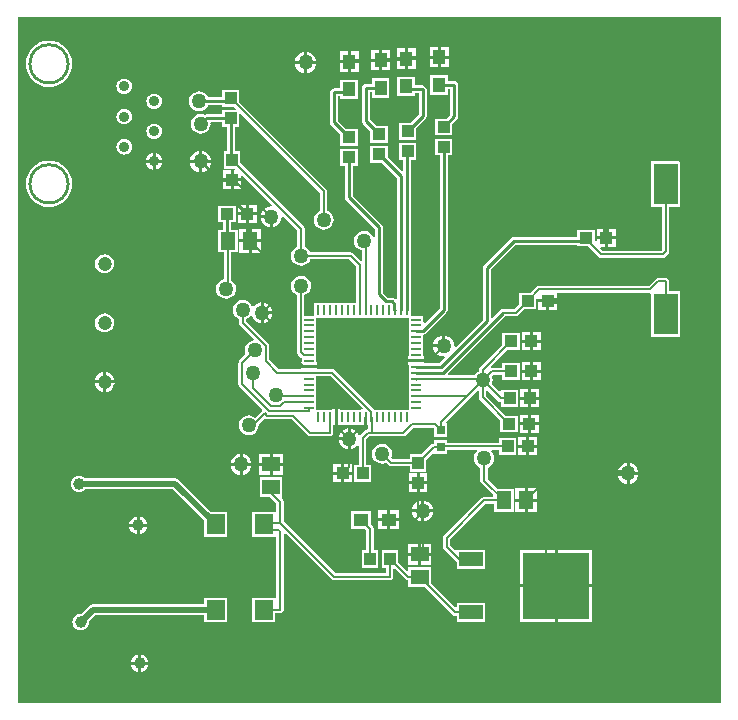
<source format=gtl>
%FSLAX44Y44*%
%MOMM*%
G71*
G01*
G75*
G04 Layer_Physical_Order=1*
G04 Layer_Color=255*
%ADD10R,1.3000X1.5000*%
%ADD11R,1.1000X1.0000*%
%ADD12R,1.1000X1.0000*%
%ADD13R,2.0000X3.5000*%
%ADD14R,1.0000X1.1000*%
%ADD15R,1.2500X1.1000*%
%ADD16R,1.5000X1.3000*%
%ADD17R,1.0000X1.1000*%
%ADD18R,2.0000X1.2000*%
%ADD19R,5.6000X5.6000*%
%ADD20R,0.7000X0.7500*%
%ADD21R,1.5200X1.6800*%
%ADD22R,0.8400X0.2450*%
%ADD23R,0.2450X0.8400*%
%ADD24R,1.1000X1.2500*%
%ADD25C,0.2540*%
%ADD26C,0.2000*%
%ADD27C,0.5000*%
%ADD28C,0.9000*%
%ADD29C,1.0000*%
%ADD30C,1.2000*%
%ADD31C,1.2700*%
G36*
X849630Y254000D02*
X254000D01*
Y834390D01*
X849630D01*
Y254000D01*
D02*
G37*
%LPC*%
G36*
X772160Y457109D02*
Y449580D01*
X779689D01*
X779551Y450631D01*
X778655Y452793D01*
X777230Y454650D01*
X775373Y456075D01*
X773211Y456971D01*
X772160Y457109D01*
D02*
G37*
G36*
X441960Y464729D02*
X440909Y464591D01*
X438747Y463695D01*
X436890Y462270D01*
X435465Y460413D01*
X434569Y458251D01*
X434431Y457200D01*
X441960D01*
Y464729D01*
D02*
G37*
G36*
X537140Y455850D02*
X530370D01*
Y449580D01*
X537140D01*
Y455850D01*
D02*
G37*
G36*
X769620Y457109D02*
X768569Y456971D01*
X766407Y456075D01*
X764550Y454650D01*
X763125Y452793D01*
X762229Y450631D01*
X762091Y449580D01*
X769620D01*
Y457109D01*
D02*
G37*
G36*
X478670Y464970D02*
X469900D01*
Y457200D01*
X478670D01*
Y464970D01*
D02*
G37*
G36*
X684530Y469900D02*
X677760D01*
Y463630D01*
X684530D01*
Y469900D01*
D02*
G37*
G36*
X444500Y464729D02*
Y457200D01*
X452029D01*
X451891Y458251D01*
X450995Y460413D01*
X449570Y462270D01*
X447713Y463695D01*
X445551Y464591D01*
X444500Y464729D01*
D02*
G37*
G36*
X467360Y464970D02*
X458590D01*
Y457200D01*
X467360D01*
Y464970D01*
D02*
G37*
G36*
X527830Y455850D02*
X521060D01*
Y449580D01*
X527830D01*
Y455850D01*
D02*
G37*
G36*
X591820Y448240D02*
X585550D01*
Y441470D01*
X591820D01*
Y448240D01*
D02*
G37*
G36*
X600630D02*
X594360D01*
Y441470D01*
X600630D01*
Y448240D01*
D02*
G37*
G36*
X527830Y447040D02*
X521060D01*
Y440770D01*
X527830D01*
Y447040D01*
D02*
G37*
G36*
X537140D02*
X530370D01*
Y440770D01*
X537140D01*
Y447040D01*
D02*
G37*
G36*
X441960Y454660D02*
X434431D01*
X434569Y453609D01*
X435465Y451447D01*
X436890Y449590D01*
X438747Y448165D01*
X440909Y447269D01*
X441960Y447131D01*
Y454660D01*
D02*
G37*
G36*
X452029D02*
X444500D01*
Y447131D01*
X445551Y447269D01*
X447713Y448165D01*
X449570Y449590D01*
X450995Y451447D01*
X451891Y453609D01*
X452029Y454660D01*
D02*
G37*
G36*
X467360D02*
X458590D01*
Y446890D01*
X467360D01*
Y454660D01*
D02*
G37*
G36*
X478670D02*
X469900D01*
Y446890D01*
X478670D01*
Y454660D01*
D02*
G37*
G36*
X693840Y469900D02*
X687070D01*
Y463630D01*
X693840D01*
Y469900D01*
D02*
G37*
G36*
X686290Y519350D02*
X679520D01*
Y513080D01*
X686290D01*
Y519350D01*
D02*
G37*
G36*
X695600D02*
X688830D01*
Y513080D01*
X695600D01*
Y519350D01*
D02*
G37*
G36*
X686290Y510540D02*
X679520D01*
Y504270D01*
X686290D01*
Y510540D01*
D02*
G37*
G36*
X695600D02*
X688830D01*
Y504270D01*
X695600D01*
Y510540D01*
D02*
G37*
G36*
X326390Y534226D02*
X325431Y534100D01*
X323353Y533240D01*
X321569Y531871D01*
X320200Y530087D01*
X319340Y528009D01*
X319214Y527050D01*
X326390D01*
Y534226D01*
D02*
G37*
G36*
X328930D02*
Y527050D01*
X336106D01*
X335980Y528009D01*
X335120Y530087D01*
X333751Y531871D01*
X331967Y533240D01*
X329889Y534100D01*
X328930Y534226D01*
D02*
G37*
G36*
X326390Y524510D02*
X319214D01*
X319340Y523551D01*
X320200Y521473D01*
X321569Y519689D01*
X323353Y518320D01*
X325431Y517460D01*
X326390Y517333D01*
Y524510D01*
D02*
G37*
G36*
X336106D02*
X328930D01*
Y517333D01*
X329889Y517460D01*
X331967Y518320D01*
X333751Y519689D01*
X335120Y521473D01*
X335980Y523551D01*
X336106Y524510D01*
D02*
G37*
G36*
X695110Y497760D02*
X688340D01*
Y491490D01*
X695110D01*
Y497760D01*
D02*
G37*
G36*
X693840Y478710D02*
X687070D01*
Y472440D01*
X693840D01*
Y478710D01*
D02*
G37*
G36*
X676300Y478170D02*
X661300D01*
Y474229D01*
X617640D01*
Y476390D01*
X606640D01*
Y473699D01*
X606530D01*
X605359Y473466D01*
X604962Y473200D01*
X604367Y472803D01*
X604367Y472803D01*
X596264Y464700D01*
X586090D01*
Y460259D01*
X571497D01*
X570268Y461488D01*
X570745Y462640D01*
X571032Y464820D01*
X570745Y467000D01*
X569904Y469031D01*
X568565Y470775D01*
X566821Y472114D01*
X564790Y472955D01*
X562610Y473242D01*
X560430Y472955D01*
X558399Y472114D01*
X556655Y470775D01*
X555316Y469031D01*
X554475Y467000D01*
X554188Y464820D01*
X554475Y462640D01*
X555316Y460609D01*
X556655Y458865D01*
X558399Y457526D01*
X560430Y456685D01*
X562610Y456398D01*
X564790Y456685D01*
X565942Y457162D01*
X568067Y455037D01*
X569059Y454374D01*
X570230Y454141D01*
X586090D01*
Y449700D01*
X600090D01*
Y459874D01*
X605555Y465339D01*
X606640Y464890D01*
Y464890D01*
X606640Y464890D01*
X617640D01*
Y468111D01*
X642626D01*
X642697Y467901D01*
X642919Y466841D01*
X641676Y465221D01*
X640835Y463190D01*
X640548Y461010D01*
X640835Y458830D01*
X641676Y456799D01*
X643015Y455055D01*
X644759Y453716D01*
X645911Y453239D01*
Y442010D01*
X645911Y442010D01*
X646144Y440840D01*
X646807Y439847D01*
X656876Y429779D01*
X656657Y428509D01*
X648970D01*
X648970Y428509D01*
X647800Y428276D01*
X646807Y427613D01*
X615057Y395863D01*
X614394Y394870D01*
X614161Y393700D01*
X614161Y393700D01*
Y386080D01*
X614161Y386080D01*
X614394Y384910D01*
X615057Y383917D01*
X625577Y373397D01*
X625930Y373161D01*
Y367560D01*
X649930D01*
Y383560D01*
X625930D01*
Y383355D01*
X624757Y382869D01*
X620279Y387347D01*
Y392433D01*
X650237Y422391D01*
X657030D01*
Y415950D01*
X674030D01*
Y434950D01*
X660356D01*
X652029Y443277D01*
Y453239D01*
X653181Y453716D01*
X654925Y455055D01*
X656264Y456799D01*
X657105Y458830D01*
X657392Y461010D01*
X657105Y463190D01*
X656264Y465221D01*
X655021Y466841D01*
X655243Y467901D01*
X655314Y468111D01*
X661300D01*
Y464170D01*
X676300D01*
Y478170D01*
D02*
G37*
G36*
X533400Y476250D02*
X525871D01*
X526009Y475199D01*
X526905Y473037D01*
X528330Y471180D01*
X530187Y469755D01*
X532349Y468859D01*
X533400Y468721D01*
Y476250D01*
D02*
G37*
G36*
X684530Y478710D02*
X677760D01*
Y472440D01*
X684530D01*
Y478710D01*
D02*
G37*
G36*
X695110Y488950D02*
X688340D01*
Y482680D01*
X695110D01*
Y488950D01*
D02*
G37*
G36*
X685800Y497760D02*
X679030D01*
Y491490D01*
X685800D01*
Y497760D01*
D02*
G37*
G36*
X533400Y486320D02*
X532349Y486181D01*
X530187Y485285D01*
X528330Y483860D01*
X526905Y482003D01*
X526009Y479841D01*
X525871Y478790D01*
X533400D01*
Y486320D01*
D02*
G37*
G36*
X685800Y488950D02*
X679030D01*
Y482680D01*
X685800D01*
Y488950D01*
D02*
G37*
G36*
X779689Y447040D02*
X772160D01*
Y439510D01*
X773211Y439649D01*
X775373Y440545D01*
X777230Y441970D01*
X778655Y443827D01*
X779551Y445989D01*
X779689Y447040D01*
D02*
G37*
G36*
X604400Y378460D02*
X595630D01*
Y370690D01*
X604400D01*
Y378460D01*
D02*
G37*
G36*
X593090Y388770D02*
X584320D01*
Y381000D01*
X593090D01*
Y388770D01*
D02*
G37*
G36*
X553080Y416440D02*
X536580D01*
Y401440D01*
X548004D01*
X549391Y400053D01*
Y383420D01*
X545450D01*
Y368420D01*
X559450D01*
Y383420D01*
X555509D01*
Y401320D01*
X555276Y402491D01*
X554613Y403483D01*
X553080Y405016D01*
Y416440D01*
D02*
G37*
G36*
X593090Y378460D02*
X584320D01*
Y370690D01*
X593090D01*
Y378460D01*
D02*
G37*
G36*
X354800Y403150D02*
X348632D01*
X348724Y402452D01*
X349484Y400617D01*
X350692Y399042D01*
X352267Y397834D01*
X354102Y397074D01*
X354800Y396982D01*
Y403150D01*
D02*
G37*
G36*
X363508D02*
X357340D01*
Y396982D01*
X358038Y397074D01*
X359873Y397834D01*
X361448Y399042D01*
X362656Y400617D01*
X363416Y402452D01*
X363508Y403150D01*
D02*
G37*
G36*
X604400Y388770D02*
X595630D01*
Y381000D01*
X604400D01*
Y388770D01*
D02*
G37*
G36*
X306070Y446480D02*
X304243Y446240D01*
X302540Y445535D01*
X301078Y444412D01*
X299956Y442950D01*
X299250Y441247D01*
X299010Y439420D01*
X299250Y437593D01*
X299956Y435890D01*
X301078Y434428D01*
X302540Y433306D01*
X304243Y432600D01*
X306070Y432360D01*
X307897Y432600D01*
X309600Y433306D01*
X311062Y434428D01*
X311373Y434832D01*
X385449D01*
X412040Y408241D01*
Y394730D01*
X431240D01*
Y415530D01*
X417729D01*
X390594Y442664D01*
X389106Y443659D01*
X387350Y444008D01*
X311373D01*
X311062Y444412D01*
X309600Y445535D01*
X307897Y446240D01*
X306070Y446480D01*
D02*
G37*
G36*
X740470Y383600D02*
X711200D01*
Y354330D01*
X740470D01*
Y383600D01*
D02*
G37*
G36*
X356070Y295018D02*
X355372Y294926D01*
X353537Y294166D01*
X351962Y292958D01*
X350754Y291383D01*
X349994Y289548D01*
X349902Y288850D01*
X356070D01*
Y295018D01*
D02*
G37*
G36*
X358610D02*
Y288850D01*
X364778D01*
X364686Y289548D01*
X363926Y291383D01*
X362718Y292958D01*
X361143Y294166D01*
X359308Y294926D01*
X358610Y295018D01*
D02*
G37*
G36*
X356070Y286310D02*
X349902D01*
X349994Y285612D01*
X350754Y283778D01*
X351962Y282202D01*
X353537Y280994D01*
X355372Y280234D01*
X356070Y280142D01*
Y286310D01*
D02*
G37*
G36*
X364778D02*
X358610D01*
Y280142D01*
X359308Y280234D01*
X361143Y280994D01*
X362718Y282202D01*
X363926Y283778D01*
X364686Y285612D01*
X364778Y286310D01*
D02*
G37*
G36*
X431240Y343140D02*
X412040D01*
Y337328D01*
X317500D01*
X315744Y336979D01*
X314256Y335984D01*
X307845Y329574D01*
X307340Y329640D01*
X305513Y329400D01*
X303810Y328694D01*
X302348Y327572D01*
X301225Y326110D01*
X300520Y324407D01*
X300280Y322580D01*
X300520Y320753D01*
X301225Y319050D01*
X302348Y317588D01*
X303810Y316465D01*
X305513Y315760D01*
X307340Y315520D01*
X309167Y315760D01*
X310870Y316465D01*
X312332Y317588D01*
X313454Y319050D01*
X314160Y320753D01*
X314400Y322580D01*
X314334Y323085D01*
X319401Y328152D01*
X412040D01*
Y322340D01*
X431240D01*
Y343140D01*
D02*
G37*
G36*
X708660Y383600D02*
X679390D01*
Y354330D01*
X708660D01*
Y383600D01*
D02*
G37*
G36*
Y351790D02*
X679390D01*
Y322520D01*
X708660D01*
Y351790D01*
D02*
G37*
G36*
X740470D02*
X711200D01*
Y322520D01*
X740470D01*
Y351790D01*
D02*
G37*
G36*
X567060Y407670D02*
X559540D01*
Y400900D01*
X567060D01*
Y407670D01*
D02*
G37*
G36*
X598170Y425359D02*
Y417830D01*
X605700D01*
X605561Y418881D01*
X604665Y421043D01*
X603240Y422900D01*
X601383Y424325D01*
X599221Y425221D01*
X598170Y425359D01*
D02*
G37*
G36*
X683260Y435490D02*
X675490D01*
Y426720D01*
X683260D01*
Y435490D01*
D02*
G37*
G36*
X693570Y424180D02*
X685800D01*
Y415410D01*
X693570D01*
Y424180D01*
D02*
G37*
G36*
X595630Y425359D02*
X594579Y425221D01*
X592417Y424325D01*
X590560Y422900D01*
X589135Y421043D01*
X588239Y418881D01*
X588101Y417830D01*
X595630D01*
Y425359D01*
D02*
G37*
G36*
X600630Y438930D02*
X594360D01*
Y432160D01*
X600630D01*
Y438930D01*
D02*
G37*
G36*
X769620Y447040D02*
X762091D01*
X762229Y445989D01*
X763125Y443827D01*
X764550Y441970D01*
X766407Y440545D01*
X768569Y439649D01*
X769620Y439510D01*
Y447040D01*
D02*
G37*
G36*
X693570Y435490D02*
X685800D01*
Y426720D01*
X693570D01*
Y435490D01*
D02*
G37*
G36*
X591820Y438930D02*
X585550D01*
Y432160D01*
X591820D01*
Y438930D01*
D02*
G37*
G36*
X683260Y424180D02*
X675490D01*
Y415410D01*
X683260D01*
Y424180D01*
D02*
G37*
G36*
X357340Y411858D02*
Y405690D01*
X363508D01*
X363416Y406388D01*
X362656Y408223D01*
X361448Y409798D01*
X359873Y411006D01*
X358038Y411766D01*
X357340Y411858D01*
D02*
G37*
G36*
X595630Y415290D02*
X588101D01*
X588239Y414239D01*
X589135Y412077D01*
X590560Y410220D01*
X592417Y408795D01*
X594579Y407899D01*
X595630Y407761D01*
Y415290D01*
D02*
G37*
G36*
X577120Y407670D02*
X569600D01*
Y400900D01*
X577120D01*
Y407670D01*
D02*
G37*
G36*
X354800Y411858D02*
X354102Y411766D01*
X352267Y411006D01*
X350692Y409798D01*
X349484Y408223D01*
X348724Y406388D01*
X348632Y405690D01*
X354800D01*
Y411858D01*
D02*
G37*
G36*
X567060Y416980D02*
X559540D01*
Y410210D01*
X567060D01*
Y416980D01*
D02*
G37*
G36*
X577120D02*
X569600D01*
Y410210D01*
X577120D01*
Y416980D01*
D02*
G37*
G36*
X605700Y415290D02*
X598170D01*
Y407761D01*
X599221Y407899D01*
X601383Y408795D01*
X603240Y410220D01*
X604665Y412077D01*
X605561Y414239D01*
X605700Y415290D01*
D02*
G37*
G36*
X478130Y445430D02*
X459130D01*
Y428430D01*
X467674D01*
X473191Y422913D01*
Y409459D01*
X471840D01*
Y415530D01*
X452640D01*
Y394730D01*
X471840D01*
Y396991D01*
X473191D01*
Y335799D01*
X471840D01*
Y343140D01*
X452640D01*
Y322340D01*
X471840D01*
Y329681D01*
X476250D01*
X477421Y329914D01*
X478413Y330577D01*
X479076Y331570D01*
X479309Y332740D01*
Y397219D01*
X480579Y397746D01*
X519807Y358517D01*
X519807Y358517D01*
X520402Y358120D01*
X520799Y357854D01*
X521970Y357621D01*
X568960D01*
X570131Y357854D01*
X571123Y358517D01*
X571786Y359510D01*
X572019Y360680D01*
Y367229D01*
X573289Y367755D01*
X582477Y358567D01*
X582477Y358567D01*
X583469Y357904D01*
X584640Y357671D01*
X584860Y356431D01*
Y352230D01*
X598534D01*
X622367Y328397D01*
X622367Y328397D01*
X623359Y327734D01*
X624530Y327501D01*
X625930D01*
Y322560D01*
X649930D01*
Y338560D01*
X625930D01*
Y335282D01*
X624660Y334756D01*
X603860Y355556D01*
Y369230D01*
X584860D01*
Y366495D01*
X583687Y366009D01*
X576450Y373246D01*
Y383420D01*
X562450D01*
Y368420D01*
X565901D01*
Y363739D01*
X523237D01*
X479309Y407667D01*
Y424180D01*
X479076Y425350D01*
X478413Y426343D01*
X477499Y427257D01*
X477985Y428430D01*
X478130D01*
Y445430D01*
D02*
G37*
G36*
X542170Y781680D02*
X527170D01*
Y774224D01*
X521970D01*
X520694Y773970D01*
X519613Y773248D01*
X518890Y772166D01*
X518636Y770890D01*
Y745490D01*
X518890Y744214D01*
X519613Y743132D01*
X527170Y735575D01*
Y725790D01*
X542170D01*
Y739790D01*
X532385D01*
X525304Y746871D01*
Y767556D01*
X527170D01*
Y765180D01*
X542170D01*
Y781680D01*
D02*
G37*
G36*
X568840Y782950D02*
X553840D01*
Y778034D01*
X548640D01*
X547364Y777780D01*
X546283Y777057D01*
X545560Y775976D01*
X545306Y774700D01*
Y746760D01*
X545560Y745484D01*
X546283Y744402D01*
X552570Y738115D01*
Y728330D01*
X567570D01*
Y742330D01*
X557785D01*
X551974Y748141D01*
Y771366D01*
X553840D01*
Y766450D01*
X568840D01*
Y782950D01*
D02*
G37*
G36*
X344170Y756926D02*
X342473Y756703D01*
X340892Y756048D01*
X339534Y755006D01*
X338492Y753648D01*
X337837Y752067D01*
X337614Y750370D01*
X337837Y748673D01*
X338492Y747092D01*
X339534Y745734D01*
X340892Y744692D01*
X342473Y744037D01*
X344170Y743814D01*
X345867Y744037D01*
X347448Y744692D01*
X348806Y745734D01*
X349848Y747092D01*
X350503Y748673D01*
X350726Y750370D01*
X350503Y752067D01*
X349848Y753648D01*
X348806Y755006D01*
X347448Y756048D01*
X345867Y756703D01*
X344170Y756926D01*
D02*
G37*
G36*
X369570Y769826D02*
X367873Y769603D01*
X366292Y768948D01*
X364934Y767906D01*
X363892Y766548D01*
X363237Y764967D01*
X363014Y763270D01*
X363237Y761573D01*
X363892Y759992D01*
X364934Y758634D01*
X366292Y757592D01*
X367873Y756937D01*
X369570Y756714D01*
X371267Y756937D01*
X372848Y757592D01*
X374206Y758634D01*
X375248Y759992D01*
X375903Y761573D01*
X376126Y763270D01*
X375903Y764967D01*
X375248Y766548D01*
X374206Y767906D01*
X372848Y768948D01*
X371267Y769603D01*
X369570Y769826D01*
D02*
G37*
G36*
X441840Y772810D02*
X426840D01*
Y766604D01*
X415327D01*
X414964Y767481D01*
X413625Y769225D01*
X411881Y770564D01*
X409850Y771405D01*
X407670Y771692D01*
X405490Y771405D01*
X403459Y770564D01*
X401715Y769225D01*
X400376Y767481D01*
X399535Y765450D01*
X399248Y763270D01*
X399535Y761090D01*
X400376Y759059D01*
X401715Y757315D01*
X403459Y755976D01*
X405490Y755135D01*
X407670Y754848D01*
X409850Y755135D01*
X411881Y755976D01*
X413625Y757315D01*
X414964Y759059D01*
X415327Y759936D01*
X426840D01*
Y758810D01*
X437014D01*
X438841Y756983D01*
X438355Y755810D01*
X426840D01*
Y752144D01*
X413530D01*
X412254Y751890D01*
X412249Y751887D01*
X411120Y752355D01*
X408940Y752642D01*
X406760Y752355D01*
X404729Y751514D01*
X402985Y750175D01*
X401646Y748431D01*
X400805Y746400D01*
X400518Y744220D01*
X400805Y742040D01*
X401646Y740009D01*
X402985Y738265D01*
X404729Y736926D01*
X406760Y736085D01*
X408940Y735798D01*
X411120Y736085D01*
X413151Y736926D01*
X414895Y738265D01*
X416234Y740009D01*
X417075Y742040D01*
X417362Y744220D01*
X417322Y744521D01*
X418160Y745476D01*
X426840D01*
Y741810D01*
X431006D01*
Y721240D01*
X428610D01*
Y706240D01*
X437815D01*
X437942Y706050D01*
X437263Y704780D01*
X436880D01*
Y698010D01*
X443150D01*
Y700215D01*
X444323Y700701D01*
X469476Y675548D01*
X468914Y674409D01*
X468630Y674447D01*
X466309Y674141D01*
X464147Y673245D01*
X462290Y671820D01*
X460865Y669963D01*
X459969Y667801D01*
X459831Y666750D01*
X468630D01*
Y665480D01*
X469900D01*
Y656681D01*
X470951Y656819D01*
X473113Y657715D01*
X474970Y659140D01*
X476395Y660997D01*
X477291Y663159D01*
X477597Y665480D01*
X477559Y665764D01*
X478698Y666326D01*
X490971Y654053D01*
Y640231D01*
X489819Y639754D01*
X488075Y638415D01*
X486736Y636671D01*
X485895Y634640D01*
X485608Y632460D01*
X485895Y630280D01*
X486736Y628249D01*
X488075Y626505D01*
X489819Y625166D01*
X491850Y624325D01*
X494030Y624038D01*
X496210Y624325D01*
X498241Y625166D01*
X499985Y626505D01*
X501324Y628249D01*
X501801Y629401D01*
X534673D01*
X540541Y623533D01*
Y592570D01*
X505375D01*
Y581745D01*
X496609D01*
Y599090D01*
X498241Y599766D01*
X499985Y601105D01*
X501324Y602849D01*
X502165Y604880D01*
X502452Y607060D01*
X502165Y609240D01*
X501324Y611271D01*
X499985Y613015D01*
X498241Y614354D01*
X496210Y615195D01*
X494030Y615482D01*
X491850Y615195D01*
X489819Y614354D01*
X488075Y613015D01*
X486736Y611271D01*
X485895Y609240D01*
X485608Y607060D01*
X485895Y604880D01*
X486736Y602849D01*
X488075Y601105D01*
X489819Y599766D01*
X490491Y599488D01*
Y551053D01*
X490491Y551052D01*
X490724Y549882D01*
X491387Y548890D01*
X493919Y546357D01*
X493919Y546357D01*
X494550Y545936D01*
Y545295D01*
Y542285D01*
X494010D01*
Y539790D01*
X507490D01*
Y542285D01*
X506950D01*
Y545295D01*
Y550295D01*
Y555295D01*
Y560295D01*
Y565295D01*
Y570295D01*
Y575295D01*
Y580170D01*
X585250D01*
Y575295D01*
Y570295D01*
Y565295D01*
Y560295D01*
Y555295D01*
Y550295D01*
Y547285D01*
X584710D01*
Y544790D01*
X598190D01*
Y547285D01*
X597650D01*
Y550295D01*
Y555295D01*
Y560295D01*
Y565295D01*
Y565819D01*
X598280Y565945D01*
X599362Y566668D01*
X617038Y584343D01*
X617760Y585425D01*
X618014Y586701D01*
Y717680D01*
X622180D01*
Y731680D01*
X607180D01*
Y717680D01*
X611346D01*
Y588082D01*
X598920Y575656D01*
X597650Y576182D01*
Y581745D01*
X586825D01*
Y585822D01*
X586934Y586370D01*
Y713870D01*
X591700D01*
Y727870D01*
X576700D01*
Y713870D01*
X580266D01*
Y704509D01*
X579093Y704023D01*
X567570Y715545D01*
Y725330D01*
X552570D01*
Y711330D01*
X562355D01*
X575266Y698419D01*
Y596128D01*
X574093Y595642D01*
X573537Y596198D01*
X572455Y596920D01*
X571180Y597174D01*
X567511D01*
X563404Y601281D01*
Y656590D01*
X563150Y657866D01*
X562428Y658948D01*
X538004Y683371D01*
Y708790D01*
X542170D01*
Y722790D01*
X527170D01*
Y708790D01*
X531336D01*
Y681990D01*
X531590Y680714D01*
X532313Y679632D01*
X556736Y655209D01*
Y647554D01*
X555505Y647340D01*
X554664Y649371D01*
X553325Y651115D01*
X551581Y652454D01*
X549550Y653295D01*
X547370Y653582D01*
X545190Y653295D01*
X543159Y652454D01*
X541415Y651115D01*
X540076Y649371D01*
X539235Y647340D01*
X538948Y645160D01*
X539235Y642980D01*
X540076Y640949D01*
X541415Y639205D01*
X543159Y637866D01*
X545190Y637025D01*
X545581Y636973D01*
Y628804D01*
X544408Y628318D01*
X538103Y634623D01*
X537110Y635286D01*
X535940Y635519D01*
X535940Y635519D01*
X501801D01*
X501324Y636671D01*
X499985Y638415D01*
X498241Y639754D01*
X497089Y640231D01*
Y655320D01*
X496856Y656490D01*
X496193Y657483D01*
X496193Y657483D01*
X442610Y711066D01*
Y721240D01*
X437674D01*
Y741810D01*
X441840D01*
Y752325D01*
X443013Y752811D01*
X510021Y685803D01*
Y670711D01*
X508869Y670234D01*
X507125Y668895D01*
X505786Y667151D01*
X504945Y665120D01*
X504658Y662940D01*
X504945Y660760D01*
X505786Y658729D01*
X507125Y656985D01*
X508869Y655646D01*
X510900Y654805D01*
X513080Y654518D01*
X515260Y654805D01*
X517291Y655646D01*
X519035Y656985D01*
X520374Y658729D01*
X521215Y660760D01*
X521502Y662940D01*
X521215Y665120D01*
X520374Y667151D01*
X519035Y668895D01*
X517291Y670234D01*
X516139Y670711D01*
Y687070D01*
X515906Y688241D01*
X515243Y689233D01*
X441840Y762636D01*
Y772810D01*
D02*
G37*
G36*
X496570Y795020D02*
X489040D01*
X489179Y793969D01*
X490075Y791807D01*
X491500Y789950D01*
X493357Y788525D01*
X495519Y787629D01*
X496570Y787490D01*
Y795020D01*
D02*
G37*
G36*
X506640D02*
X499110D01*
Y787490D01*
X500161Y787629D01*
X502323Y788525D01*
X504180Y789950D01*
X505605Y791807D01*
X506501Y793969D01*
X506640Y795020D01*
D02*
G37*
G36*
X344170Y782526D02*
X342473Y782303D01*
X340892Y781648D01*
X339534Y780606D01*
X338492Y779248D01*
X337837Y777667D01*
X337614Y775970D01*
X337837Y774273D01*
X338492Y772692D01*
X339534Y771334D01*
X340892Y770292D01*
X342473Y769637D01*
X344170Y769414D01*
X345867Y769637D01*
X347448Y770292D01*
X348806Y771334D01*
X349848Y772692D01*
X350503Y774273D01*
X350726Y775970D01*
X350503Y777667D01*
X349848Y779248D01*
X348806Y780606D01*
X347448Y781648D01*
X345867Y782303D01*
X344170Y782526D01*
D02*
G37*
G36*
X280570Y814685D02*
X276743Y814308D01*
X273064Y813191D01*
X269673Y811379D01*
X266700Y808940D01*
X264261Y805967D01*
X262449Y802576D01*
X261332Y798897D01*
X260956Y795070D01*
X261332Y791243D01*
X262449Y787564D01*
X264261Y784173D01*
X266700Y781200D01*
X269673Y778761D01*
X273064Y776949D01*
X276743Y775833D01*
X280570Y775456D01*
X284397Y775833D01*
X288076Y776949D01*
X291467Y778761D01*
X294440Y781200D01*
X296879Y784173D01*
X298691Y787564D01*
X299808Y791243D01*
X300184Y795070D01*
X299808Y798897D01*
X298691Y802576D01*
X296879Y805967D01*
X294440Y808940D01*
X291467Y811379D01*
X288076Y813191D01*
X284397Y814308D01*
X280570Y814685D01*
D02*
G37*
G36*
X370840Y719404D02*
Y713740D01*
X376503D01*
X376429Y714308D01*
X375719Y716020D01*
X374591Y717491D01*
X373120Y718619D01*
X371408Y719329D01*
X370840Y719404D01*
D02*
G37*
G36*
X407670Y721270D02*
X406619Y721131D01*
X404457Y720235D01*
X402600Y718810D01*
X401175Y716953D01*
X400279Y714791D01*
X400140Y713740D01*
X407670D01*
Y721270D01*
D02*
G37*
G36*
X376503Y711200D02*
X370840D01*
Y705536D01*
X371408Y705611D01*
X373120Y706321D01*
X374591Y707449D01*
X375719Y708920D01*
X376429Y710632D01*
X376503Y711200D01*
D02*
G37*
G36*
X368300Y719404D02*
X367732Y719329D01*
X366020Y718619D01*
X364549Y717491D01*
X363421Y716020D01*
X362711Y714308D01*
X362636Y713740D01*
X368300D01*
Y719404D01*
D02*
G37*
G36*
X410210Y721270D02*
Y713740D01*
X417739D01*
X417601Y714791D01*
X416705Y716953D01*
X415280Y718810D01*
X413423Y720235D01*
X411261Y721131D01*
X410210Y721270D01*
D02*
G37*
G36*
X369570Y744426D02*
X367873Y744203D01*
X366292Y743548D01*
X364934Y742506D01*
X363892Y741148D01*
X363237Y739567D01*
X363014Y737870D01*
X363237Y736173D01*
X363892Y734592D01*
X364934Y733234D01*
X366292Y732192D01*
X367873Y731537D01*
X369570Y731314D01*
X371267Y731537D01*
X372848Y732192D01*
X374206Y733234D01*
X375248Y734592D01*
X375903Y736173D01*
X376126Y737870D01*
X375903Y739567D01*
X375248Y741148D01*
X374206Y742506D01*
X372848Y743548D01*
X371267Y744203D01*
X369570Y744426D01*
D02*
G37*
G36*
X618370Y785490D02*
X603370D01*
Y768990D01*
X618370D01*
Y773906D01*
X620236D01*
Y751951D01*
X616965Y748680D01*
X607180D01*
Y734680D01*
X622180D01*
Y744465D01*
X625928Y748213D01*
X626650Y749294D01*
X626904Y750570D01*
Y777240D01*
X626650Y778516D01*
X625928Y779597D01*
X624846Y780320D01*
X623570Y780574D01*
X618370D01*
Y785490D01*
D02*
G37*
G36*
X344170Y731326D02*
X342473Y731103D01*
X340892Y730448D01*
X339534Y729406D01*
X338492Y728048D01*
X337837Y726467D01*
X337614Y724770D01*
X337837Y723073D01*
X338492Y721492D01*
X339534Y720134D01*
X340892Y719092D01*
X342473Y718437D01*
X344170Y718214D01*
X345867Y718437D01*
X347448Y719092D01*
X348806Y720134D01*
X349848Y721492D01*
X350503Y723073D01*
X350726Y724770D01*
X350503Y726467D01*
X349848Y728048D01*
X348806Y729406D01*
X347448Y730448D01*
X345867Y731103D01*
X344170Y731326D01*
D02*
G37*
G36*
X590430Y784220D02*
X575430D01*
Y767720D01*
X590430D01*
Y770096D01*
X593566D01*
Y751951D01*
X586485Y744870D01*
X576700D01*
Y730870D01*
X591700D01*
Y740655D01*
X599258Y748213D01*
X599980Y749294D01*
X600234Y750570D01*
Y773430D01*
X599980Y774706D01*
X599258Y775788D01*
X598176Y776510D01*
X596900Y776764D01*
X590430D01*
Y784220D01*
D02*
G37*
G36*
X542710Y805720D02*
X535940D01*
Y798200D01*
X542710D01*
Y805720D01*
D02*
G37*
G36*
X560070Y806990D02*
X553300D01*
Y799470D01*
X560070D01*
Y806990D01*
D02*
G37*
G36*
X499110Y805089D02*
Y797560D01*
X506640D01*
X506501Y798611D01*
X505605Y800773D01*
X504180Y802630D01*
X502323Y804055D01*
X500161Y804951D01*
X499110Y805089D01*
D02*
G37*
G36*
X533400Y805720D02*
X526630D01*
Y798200D01*
X533400D01*
Y805720D01*
D02*
G37*
G36*
X569380Y806990D02*
X562610D01*
Y799470D01*
X569380D01*
Y806990D01*
D02*
G37*
G36*
X609600Y809530D02*
X602830D01*
Y802010D01*
X609600D01*
Y809530D01*
D02*
G37*
G36*
X618910D02*
X612140D01*
Y802010D01*
X618910D01*
Y809530D01*
D02*
G37*
G36*
X581660Y808260D02*
X574890D01*
Y800740D01*
X581660D01*
Y808260D01*
D02*
G37*
G36*
X590970D02*
X584200D01*
Y800740D01*
X590970D01*
Y808260D01*
D02*
G37*
G36*
X560070Y796930D02*
X553300D01*
Y789410D01*
X560070D01*
Y796930D01*
D02*
G37*
G36*
X569380D02*
X562610D01*
Y789410D01*
X569380D01*
Y796930D01*
D02*
G37*
G36*
X533400Y795660D02*
X526630D01*
Y788140D01*
X533400D01*
Y795660D01*
D02*
G37*
G36*
X542710D02*
X535940D01*
Y788140D01*
X542710D01*
Y795660D01*
D02*
G37*
G36*
X581660Y798200D02*
X574890D01*
Y790680D01*
X581660D01*
Y798200D01*
D02*
G37*
G36*
X618910Y799470D02*
X612140D01*
Y791950D01*
X618910D01*
Y799470D01*
D02*
G37*
G36*
X496570Y805089D02*
X495519Y804951D01*
X493357Y804055D01*
X491500Y802630D01*
X490075Y800773D01*
X489179Y798611D01*
X489040Y797560D01*
X496570D01*
Y805089D01*
D02*
G37*
G36*
X590970Y798200D02*
X584200D01*
Y790680D01*
X590970D01*
Y798200D01*
D02*
G37*
G36*
X609600Y799470D02*
X602830D01*
Y791950D01*
X609600D01*
Y799470D01*
D02*
G37*
G36*
X462280Y592999D02*
Y585470D01*
X469809D01*
X469671Y586521D01*
X468775Y588683D01*
X467350Y590540D01*
X465493Y591965D01*
X463331Y592861D01*
X462280Y592999D01*
D02*
G37*
G36*
X701530Y593090D02*
X694760D01*
Y586820D01*
X701530D01*
Y593090D01*
D02*
G37*
G36*
X327660Y583849D02*
X325572Y583574D01*
X323625Y582768D01*
X321954Y581486D01*
X320672Y579814D01*
X319866Y577868D01*
X319591Y575780D01*
X319866Y573692D01*
X320672Y571745D01*
X321954Y570074D01*
X323625Y568792D01*
X325572Y567986D01*
X327660Y567711D01*
X329748Y567986D01*
X331694Y568792D01*
X333366Y570074D01*
X334648Y571745D01*
X335454Y573692D01*
X335729Y575780D01*
X335454Y577868D01*
X334648Y579814D01*
X333366Y581486D01*
X331694Y582768D01*
X329748Y583574D01*
X327660Y583849D01*
D02*
G37*
G36*
X469809Y582930D02*
X462280D01*
Y575401D01*
X463331Y575539D01*
X465493Y576435D01*
X467350Y577860D01*
X468775Y579717D01*
X469671Y581879D01*
X469809Y582930D01*
D02*
G37*
G36*
X710840Y593090D02*
X704070D01*
Y586820D01*
X710840D01*
Y593090D01*
D02*
G37*
G36*
X449580Y643890D02*
X441810D01*
Y635120D01*
X449580D01*
Y643890D01*
D02*
G37*
G36*
X459890D02*
X452120D01*
Y635120D01*
X459890D01*
Y643890D01*
D02*
G37*
G36*
X438810Y675020D02*
X423810D01*
Y661020D01*
X427976D01*
Y654660D01*
X423350D01*
Y635660D01*
X428791D01*
Y612713D01*
X428350Y612655D01*
X426319Y611814D01*
X424575Y610475D01*
X423236Y608731D01*
X422395Y606700D01*
X422108Y604520D01*
X422395Y602340D01*
X423236Y600309D01*
X424575Y598565D01*
X426319Y597226D01*
X428350Y596385D01*
X430530Y596098D01*
X432710Y596385D01*
X434741Y597226D01*
X436485Y598565D01*
X437824Y600309D01*
X438665Y602340D01*
X438952Y604520D01*
X438665Y606700D01*
X437824Y608731D01*
X436485Y610475D01*
X434909Y611685D01*
Y635660D01*
X440350D01*
Y654660D01*
X434644D01*
Y661020D01*
X438810D01*
Y675020D01*
D02*
G37*
G36*
X327660Y633849D02*
X325572Y633574D01*
X323625Y632768D01*
X321954Y631486D01*
X320672Y629814D01*
X319866Y627868D01*
X319591Y625780D01*
X319866Y623692D01*
X320672Y621745D01*
X321954Y620074D01*
X323625Y618792D01*
X325572Y617986D01*
X327660Y617711D01*
X329748Y617986D01*
X331694Y618792D01*
X333366Y620074D01*
X334648Y621745D01*
X335454Y623692D01*
X335729Y625780D01*
X335454Y627868D01*
X334648Y629814D01*
X333366Y631486D01*
X331694Y632768D01*
X329748Y633574D01*
X327660Y633849D01*
D02*
G37*
G36*
X687560Y542210D02*
X680790D01*
Y535940D01*
X687560D01*
Y542210D01*
D02*
G37*
G36*
X696870D02*
X690100D01*
Y535940D01*
X696870D01*
Y542210D01*
D02*
G37*
G36*
X687560Y533400D02*
X680790D01*
Y527130D01*
X687560D01*
Y533400D01*
D02*
G37*
G36*
X696870D02*
X690100D01*
Y527130D01*
X696870D01*
Y533400D01*
D02*
G37*
G36*
X687560Y558800D02*
X680790D01*
Y552530D01*
X687560D01*
Y558800D01*
D02*
G37*
G36*
Y567610D02*
X680790D01*
Y561340D01*
X687560D01*
Y567610D01*
D02*
G37*
G36*
X696870D02*
X690100D01*
Y561340D01*
X696870D01*
Y567610D01*
D02*
G37*
G36*
Y558800D02*
X690100D01*
Y552530D01*
X696870D01*
Y558800D01*
D02*
G37*
G36*
X613410Y565060D02*
X612359Y564921D01*
X610197Y564025D01*
X608340Y562600D01*
X606915Y560743D01*
X606019Y558581D01*
X605881Y557530D01*
X613410D01*
Y565060D01*
D02*
G37*
G36*
X280570Y713084D02*
X276743Y712708D01*
X273064Y711591D01*
X269673Y709779D01*
X266700Y707339D01*
X264261Y704367D01*
X262449Y700976D01*
X261332Y697297D01*
X260956Y693470D01*
X261332Y689643D01*
X262449Y685964D01*
X264261Y682573D01*
X266700Y679601D01*
X269673Y677161D01*
X273064Y675349D01*
X276743Y674232D01*
X280570Y673856D01*
X284397Y674232D01*
X288076Y675349D01*
X291467Y677161D01*
X294440Y679601D01*
X296879Y682573D01*
X298691Y685964D01*
X299808Y689643D01*
X300184Y693470D01*
X299808Y697297D01*
X298691Y700976D01*
X296879Y704367D01*
X294440Y707339D01*
X291467Y709779D01*
X288076Y711591D01*
X284397Y712708D01*
X280570Y713084D01*
D02*
G37*
G36*
X434340Y695470D02*
X428070D01*
Y688700D01*
X434340D01*
Y695470D01*
D02*
G37*
G36*
X447040Y675560D02*
X440270D01*
Y669290D01*
X447040D01*
Y675560D01*
D02*
G37*
G36*
X456350D02*
X449580D01*
Y669290D01*
X456350D01*
Y675560D01*
D02*
G37*
G36*
X443150Y695470D02*
X436880D01*
Y688700D01*
X443150D01*
Y695470D01*
D02*
G37*
G36*
X417739Y711200D02*
X410210D01*
Y703671D01*
X411261Y703809D01*
X413423Y704705D01*
X415280Y706130D01*
X416705Y707987D01*
X417601Y710149D01*
X417739Y711200D01*
D02*
G37*
G36*
X368300D02*
X362636D01*
X362711Y710632D01*
X363421Y708920D01*
X364549Y707449D01*
X366020Y706321D01*
X367732Y705611D01*
X368300Y705536D01*
Y711200D01*
D02*
G37*
G36*
X434340Y704780D02*
X428070D01*
Y698010D01*
X434340D01*
Y704780D01*
D02*
G37*
G36*
X407670Y711200D02*
X400140D01*
X400279Y710149D01*
X401175Y707987D01*
X402600Y706130D01*
X404457Y704705D01*
X406619Y703809D01*
X407670Y703671D01*
Y711200D01*
D02*
G37*
G36*
X449580Y655200D02*
X441810D01*
Y646430D01*
X449580D01*
Y655200D01*
D02*
G37*
G36*
X459890D02*
X452120D01*
Y646430D01*
X459890D01*
Y655200D01*
D02*
G37*
G36*
X814640Y712920D02*
X790640D01*
Y673920D01*
X799581D01*
Y637537D01*
X798833Y636789D01*
X749297D01*
X747099Y638987D01*
X747585Y640160D01*
X751060D01*
Y646430D01*
X744290D01*
Y644777D01*
X743020Y644098D01*
X742830Y644225D01*
Y654700D01*
X727830D01*
Y648494D01*
X674370D01*
X673094Y648240D01*
X672012Y647517D01*
X649153Y624658D01*
X648430Y623576D01*
X648176Y622300D01*
Y578572D01*
X624786Y555181D01*
X623583Y555774D01*
X623647Y556260D01*
X623341Y558581D01*
X622445Y560743D01*
X621020Y562600D01*
X619163Y564025D01*
X617001Y564921D01*
X615950Y565060D01*
Y556260D01*
X614680D01*
Y554990D01*
X605881D01*
X606019Y553939D01*
X606915Y551777D01*
X608340Y549920D01*
X610197Y548495D01*
X612359Y547599D01*
X614680Y547293D01*
X615166Y547357D01*
X615759Y546154D01*
X610998Y541394D01*
X598190D01*
Y542250D01*
X584710D01*
Y539755D01*
X585250D01*
Y535295D01*
Y530295D01*
Y525295D01*
Y520295D01*
Y515295D01*
Y510295D01*
Y505295D01*
Y501870D01*
X556184D01*
X555763Y502500D01*
X555763Y502501D01*
X522580Y535683D01*
X521588Y536346D01*
X520418Y536579D01*
X520418Y536579D01*
X507490D01*
Y537250D01*
X494010D01*
Y536579D01*
X475097D01*
X467069Y544607D01*
Y556323D01*
X467069Y556323D01*
X466836Y557493D01*
X466173Y558486D01*
X466173Y558486D01*
X447559Y577100D01*
Y578969D01*
X448711Y579446D01*
X450455Y580785D01*
X451123Y581655D01*
X451319Y581691D01*
X452541Y581416D01*
X453245Y579717D01*
X454670Y577860D01*
X456527Y576435D01*
X458689Y575539D01*
X459740Y575401D01*
Y584200D01*
Y592999D01*
X458689Y592861D01*
X456527Y591965D01*
X454670Y590540D01*
X453805Y589414D01*
X452351Y589605D01*
X451794Y590951D01*
X450455Y592695D01*
X448711Y594034D01*
X446680Y594875D01*
X444500Y595162D01*
X442320Y594875D01*
X440289Y594034D01*
X438545Y592695D01*
X437206Y590951D01*
X436365Y588920D01*
X436078Y586740D01*
X436365Y584560D01*
X437206Y582529D01*
X438545Y580785D01*
X440289Y579446D01*
X441441Y578969D01*
Y575833D01*
X441441Y575833D01*
X441674Y574662D01*
X442337Y573670D01*
X453948Y562059D01*
X453493Y560718D01*
X452480Y560585D01*
X450449Y559744D01*
X448705Y558405D01*
X447366Y556661D01*
X446525Y554630D01*
X446238Y552450D01*
X446525Y550270D01*
X447002Y549118D01*
X441877Y543993D01*
X441214Y543000D01*
X440981Y541830D01*
X440981Y541830D01*
Y523870D01*
X440981Y523870D01*
X441214Y522700D01*
X441877Y521707D01*
X460863Y502722D01*
X460934Y501846D01*
X460748Y501040D01*
X455013Y495306D01*
X453791Y496244D01*
X451760Y497085D01*
X449580Y497372D01*
X447400Y497085D01*
X445369Y496244D01*
X443625Y494905D01*
X442286Y493161D01*
X441445Y491130D01*
X441158Y488950D01*
X441445Y486770D01*
X442286Y484739D01*
X443625Y482995D01*
X445369Y481656D01*
X447400Y480815D01*
X449580Y480528D01*
X451760Y480815D01*
X453791Y481656D01*
X455535Y482995D01*
X456874Y484739D01*
X457715Y486770D01*
X458002Y488950D01*
X457921Y489562D01*
X463154Y494795D01*
X464083Y494174D01*
X465253Y493941D01*
X465254Y493941D01*
X485983D01*
X499487Y480437D01*
X500480Y479774D01*
X501650Y479541D01*
X518160D01*
X519330Y479774D01*
X520323Y480437D01*
X520986Y481429D01*
X521219Y482600D01*
Y488930D01*
X522330D01*
Y495670D01*
Y502410D01*
X519835D01*
Y501870D01*
X506950D01*
Y505295D01*
Y510295D01*
Y515295D01*
Y520295D01*
Y525295D01*
Y530295D01*
Y530461D01*
X519151D01*
X546029Y503583D01*
X545542Y502410D01*
X544835D01*
Y501870D01*
X527365D01*
Y502410D01*
X524870D01*
Y495670D01*
Y488930D01*
X527365D01*
Y489470D01*
X544835D01*
Y488930D01*
X547330D01*
Y495670D01*
X549870D01*
Y488930D01*
X550661D01*
Y485659D01*
X550262D01*
X549092Y485426D01*
X548694Y485160D01*
X548100Y484763D01*
X548099Y484763D01*
X544258Y480922D01*
X543109Y481003D01*
X542784Y481161D01*
X542435Y482003D01*
X541010Y483860D01*
X539153Y485285D01*
X536991Y486181D01*
X535940Y486320D01*
Y477520D01*
Y468721D01*
X536991Y468859D01*
X539153Y469755D01*
X541010Y471180D01*
X541771Y472171D01*
X543041Y471740D01*
Y455310D01*
X538600D01*
Y441310D01*
X553600D01*
Y455310D01*
X549159D01*
Y477171D01*
X551529Y479541D01*
X580535D01*
X580535Y479541D01*
X581706Y479774D01*
X582698Y480437D01*
X589092Y486831D01*
X606123D01*
X606640Y486314D01*
Y479390D01*
X617640D01*
Y490890D01*
X617525D01*
X617039Y492063D01*
X636333Y511357D01*
X643371Y518396D01*
X644641Y517869D01*
Y512590D01*
X644641Y512590D01*
X644874Y511419D01*
X645537Y510427D01*
X662570Y493394D01*
Y483220D01*
X677570D01*
Y497220D01*
X667396D01*
X650759Y513857D01*
Y517869D01*
X652029Y518396D01*
X660777Y509647D01*
X661769Y508984D01*
X662940Y508751D01*
X663060D01*
Y504810D01*
X678060D01*
Y518810D01*
X663060D01*
Y517675D01*
X661887Y517189D01*
X655358Y523718D01*
X655835Y524870D01*
X656122Y527050D01*
X655835Y529230D01*
X655358Y530382D01*
X656587Y531611D01*
X664330D01*
Y527670D01*
X679330D01*
Y541670D01*
X664330D01*
Y537729D01*
X655611D01*
X655172Y538427D01*
X655057Y538971D01*
X669156Y553070D01*
X679330D01*
Y567070D01*
X664330D01*
Y556896D01*
X645537Y538103D01*
X644874Y537110D01*
X644641Y535940D01*
X644641Y535940D01*
Y534821D01*
X643489Y534344D01*
X641745Y533005D01*
X640650Y531579D01*
X618693D01*
X618207Y532752D01*
X666596Y581141D01*
X675640D01*
X675640Y581141D01*
X676811Y581374D01*
X677803Y582037D01*
X683126Y587360D01*
X693300D01*
Y596565D01*
X693490Y596692D01*
X694760Y596013D01*
Y595630D01*
X710840D01*
Y601001D01*
X789480D01*
X789480Y601001D01*
X789658Y601037D01*
X790640Y600231D01*
Y563920D01*
X814640D01*
Y602920D01*
X805699D01*
Y610870D01*
X805466Y612040D01*
X804803Y613033D01*
X803811Y613696D01*
X802640Y613929D01*
X796290D01*
X796290Y613929D01*
X795119Y613696D01*
X794127Y613033D01*
X794127Y613033D01*
X788213Y607119D01*
X695500D01*
X695500Y607119D01*
X694330Y606886D01*
X693337Y606223D01*
X688474Y601360D01*
X678300D01*
Y591186D01*
X674373Y587259D01*
X666248D01*
X666216Y587280D01*
X664940Y587534D01*
X663664Y587280D01*
X662582Y586558D01*
X656017Y579992D01*
X654844Y580479D01*
Y620919D01*
X675751Y641826D01*
X727830D01*
Y640700D01*
X736734D01*
X745867Y631567D01*
X745867Y631567D01*
X746860Y630904D01*
X748030Y630671D01*
X748030Y630671D01*
X800100D01*
X800100Y630671D01*
X801271Y630904D01*
X802263Y631567D01*
X804803Y634107D01*
X804803Y634107D01*
X805200Y634702D01*
X805466Y635099D01*
X805699Y636270D01*
Y673920D01*
X814640D01*
Y712920D01*
D02*
G37*
G36*
X760370Y646430D02*
X753600D01*
Y640160D01*
X760370D01*
Y646430D01*
D02*
G37*
G36*
X751060Y655240D02*
X744290D01*
Y648970D01*
X751060D01*
Y655240D01*
D02*
G37*
G36*
X447040Y666750D02*
X440270D01*
Y660480D01*
X447040D01*
Y666750D01*
D02*
G37*
G36*
X456350D02*
X449580D01*
Y660480D01*
X456350D01*
Y666750D01*
D02*
G37*
G36*
X760370Y655240D02*
X753600D01*
Y648970D01*
X760370D01*
Y655240D01*
D02*
G37*
G36*
X467360Y664210D02*
X459831D01*
X459969Y663159D01*
X460865Y660997D01*
X462290Y659140D01*
X464147Y657715D01*
X466309Y656819D01*
X467360Y656681D01*
Y664210D01*
D02*
G37*
%LPD*%
D10*
X450850Y645160D02*
D03*
X431850D02*
D03*
X684530Y425450D02*
D03*
X665530D02*
D03*
D11*
X431310Y668020D02*
D03*
X448310D02*
D03*
X752330Y647700D02*
D03*
X735330D02*
D03*
X529100Y448310D02*
D03*
X546100D02*
D03*
X668800Y471170D02*
D03*
X685800D02*
D03*
X670070Y490220D02*
D03*
X687070D02*
D03*
X688830Y560070D02*
D03*
X671830D02*
D03*
X688830Y534670D02*
D03*
X671830D02*
D03*
X687560Y511810D02*
D03*
X670560D02*
D03*
X702800Y594360D02*
D03*
X685800D02*
D03*
D12*
X434340Y748810D02*
D03*
Y765810D02*
D03*
X534670Y715790D02*
D03*
Y732790D02*
D03*
X560070Y718330D02*
D03*
Y735330D02*
D03*
X584200Y720870D02*
D03*
Y737870D02*
D03*
X614680Y724680D02*
D03*
Y741680D02*
D03*
D13*
X802640Y693420D02*
D03*
Y583420D02*
D03*
D14*
X435610Y696740D02*
D03*
Y713740D02*
D03*
X593090Y440200D02*
D03*
Y457200D02*
D03*
D15*
X568330Y408940D02*
D03*
X544830D02*
D03*
D16*
X594360Y379730D02*
D03*
Y360730D02*
D03*
X468630Y455930D02*
D03*
Y436930D02*
D03*
D17*
X569450Y375920D02*
D03*
X552450D02*
D03*
D18*
X637930Y330560D02*
D03*
Y375560D02*
D03*
D19*
X709930Y353060D02*
D03*
D20*
X612140Y485140D02*
D03*
Y470640D02*
D03*
D21*
X421640Y405130D02*
D03*
X462240D02*
D03*
X421640Y332740D02*
D03*
X462240D02*
D03*
D22*
X591450Y578520D02*
D03*
Y573520D02*
D03*
Y568520D02*
D03*
Y563520D02*
D03*
Y558520D02*
D03*
Y553520D02*
D03*
Y548520D02*
D03*
Y543520D02*
D03*
Y538520D02*
D03*
Y533520D02*
D03*
Y528520D02*
D03*
Y523520D02*
D03*
Y518520D02*
D03*
Y513520D02*
D03*
Y508520D02*
D03*
Y503520D02*
D03*
X500750D02*
D03*
Y508520D02*
D03*
Y513520D02*
D03*
Y518520D02*
D03*
Y523520D02*
D03*
Y528520D02*
D03*
Y533520D02*
D03*
Y538520D02*
D03*
Y543520D02*
D03*
Y548520D02*
D03*
Y553520D02*
D03*
Y558520D02*
D03*
Y563520D02*
D03*
Y568520D02*
D03*
Y573520D02*
D03*
Y578520D02*
D03*
D23*
X508600Y586370D02*
D03*
X513600D02*
D03*
X518600D02*
D03*
X523600D02*
D03*
X528600D02*
D03*
X533600D02*
D03*
X538600D02*
D03*
X543600D02*
D03*
X548600D02*
D03*
X553600D02*
D03*
X558600D02*
D03*
X563600D02*
D03*
X568600D02*
D03*
X573600D02*
D03*
X578600D02*
D03*
X583600D02*
D03*
Y495670D02*
D03*
X578600D02*
D03*
X573600D02*
D03*
X568600D02*
D03*
X563600D02*
D03*
X558600D02*
D03*
X553600D02*
D03*
X548600D02*
D03*
X543600D02*
D03*
X538600D02*
D03*
X533600D02*
D03*
X528600D02*
D03*
X523600D02*
D03*
X518600D02*
D03*
X513600D02*
D03*
X508600D02*
D03*
D24*
X534670Y796930D02*
D03*
Y773430D02*
D03*
X561340Y798200D02*
D03*
Y774700D02*
D03*
X582930Y799470D02*
D03*
Y775970D02*
D03*
X610870Y800740D02*
D03*
Y777240D02*
D03*
D25*
X407670Y763270D02*
X431800D01*
X434340Y765810D01*
X413530Y748810D02*
X434340D01*
Y715010D02*
Y748810D01*
X431310Y645700D02*
Y668020D01*
X448310Y647700D02*
Y668020D01*
X557530Y770890D02*
X561340Y774700D01*
X424670Y696740D02*
X435610D01*
X408940Y712470D02*
X424670Y696740D01*
X435610Y680720D02*
Y696740D01*
Y680720D02*
X448310Y668020D01*
X532130Y770890D02*
X534670Y773430D01*
X521970Y770890D02*
X532130D01*
X521970Y745490D02*
Y770890D01*
Y745490D02*
X534670Y732790D01*
X548640Y774700D02*
X561340D01*
X548640Y746760D02*
Y774700D01*
Y746760D02*
X560070Y735330D01*
X582930Y775970D02*
X585470Y773430D01*
X596900D01*
Y750570D02*
Y773430D01*
X584200Y737870D02*
X596900Y750570D01*
X610870Y777240D02*
X623570D01*
Y750570D02*
Y777240D01*
X614680Y741680D02*
X623570Y750570D01*
X584200Y800740D02*
X610870D01*
X562610Y799470D02*
X582930D01*
X561340Y798200D02*
X562610Y799470D01*
X535940Y798200D02*
X561340D01*
X534670Y796930D02*
X535940Y798200D01*
X578600Y586370D02*
Y699800D01*
X560070Y718330D02*
X578600Y699800D01*
X583600Y586370D02*
Y720270D01*
X584200Y720870D01*
X591450Y568520D02*
X591955Y569025D01*
X597005D01*
X614680Y586701D01*
Y724680D01*
X591450Y538520D02*
X591910Y538060D01*
X651510Y622300D02*
X674370Y645160D01*
X734060D01*
X591910Y538060D02*
X612379D01*
X651510Y577191D01*
Y622300D01*
X591450Y533520D02*
X614260D01*
X664940Y584200D01*
X573095Y586875D02*
X573600Y586370D01*
X573095Y586875D02*
Y591925D01*
X571180Y593840D02*
X573095Y591925D01*
X566130Y593840D02*
X571180D01*
X560070Y599900D02*
X566130Y593840D01*
X534670Y681990D02*
Y715790D01*
Y681990D02*
X560070Y656590D01*
Y599900D02*
Y656590D01*
X296820Y795070D02*
G03*
X296820Y795070I-16250J0D01*
G01*
Y693470D02*
G03*
X296820Y693470I-16250J0D01*
G01*
D26*
X687560Y511810D02*
X688830Y513080D01*
X670560Y511810D02*
X671830Y513080D01*
X670070Y490220D02*
X670560Y490710D01*
X607390Y489890D02*
X612140Y485140D01*
X587825Y489890D02*
X607390D01*
X612670Y471170D02*
X668800D01*
X612140Y470640D02*
X612670Y471170D01*
X606530Y470640D02*
X612140D01*
X593090Y457200D02*
X606530Y470640D01*
X648970Y425450D02*
X665530D01*
X594360Y379730D02*
Y382910D01*
Y360730D02*
X624530Y330560D01*
X584640Y360730D02*
X594360D01*
X569450Y375920D02*
X584640Y360730D01*
X552450Y375920D02*
Y401320D01*
X544830Y408940D02*
X552450Y401320D01*
X546100Y448310D02*
Y478438D01*
X550262Y482600D01*
X580535D02*
X587825Y489890D01*
X553720Y482600D02*
Y495550D01*
X553600Y495670D02*
X553720Y495550D01*
X550262Y482600D02*
X553720D01*
X580535D01*
X468630Y431800D02*
Y436930D01*
Y431800D02*
X476250Y424180D01*
Y406400D02*
Y424180D01*
X463510Y406400D02*
X476250D01*
X462240Y405130D02*
X463510Y406400D01*
X476250D02*
X521970Y360680D01*
X568960D01*
Y375430D01*
X569450Y375920D01*
X462240Y405130D02*
X467320Y400050D01*
X474980D01*
X476250Y398780D01*
Y332740D02*
Y398780D01*
X462240Y332740D02*
X476250D01*
X570230Y457200D02*
X593090D01*
X562610Y464820D02*
X570230Y457200D01*
X501650Y482600D02*
X518160D01*
Y495230D01*
X518600Y495670D01*
X415290Y405130D02*
X421640D01*
X479833Y508520D02*
X500750D01*
Y501000D02*
Y503520D01*
X591450Y543520D02*
X601940D01*
X614680Y556260D01*
X473270Y513520D02*
X500750D01*
X472440Y514350D02*
X473270Y513520D01*
X453390Y520177D02*
Y533400D01*
X444040Y523870D02*
Y541830D01*
X454660Y552450D01*
X496082Y538520D02*
X500750D01*
X473830Y533520D02*
X500750D01*
X468567Y505000D02*
X476313D01*
X463143Y499110D02*
X465253Y497000D01*
X453390Y520177D02*
X468567Y505000D01*
X476313D02*
X479833Y508520D01*
X444040Y523870D02*
X466910Y501000D01*
X465253Y497000D02*
X487250D01*
X466910Y501000D02*
X500750D01*
X487250Y497000D02*
X501650Y482600D01*
X452983Y488950D02*
X463143Y499110D01*
X449580Y488950D02*
X452983D01*
X450850Y645160D02*
X473710Y622300D01*
X444500Y575833D02*
Y586740D01*
Y575833D02*
X464010Y556323D01*
Y543340D02*
Y556323D01*
Y543340D02*
X473830Y533520D01*
X494030Y632460D02*
X535940D01*
X543600Y624800D01*
Y586370D02*
Y624800D01*
X494030Y632460D02*
Y655320D01*
X435610Y713740D02*
X494030Y655320D01*
X431850Y605840D02*
Y645160D01*
X430530Y604520D02*
X431850Y605840D01*
X547370Y645160D02*
X548640Y643890D01*
Y586410D02*
Y643890D01*
X548600Y586370D02*
X548640Y586410D01*
X496082Y548520D02*
X500750D01*
X493550Y551052D02*
X496082Y548520D01*
X493550Y551052D02*
Y606580D01*
X494030Y607060D01*
X513080Y662940D02*
Y687070D01*
X434340Y765810D02*
X513080Y687070D01*
X435610Y696740D02*
X437370D01*
X468630Y665480D01*
X497840Y796290D02*
X498480Y796930D01*
X534670D01*
X473710Y560892D02*
X496082Y538520D01*
X500750Y533520D02*
X520418D01*
X553600Y500338D01*
Y495670D02*
Y500338D01*
X798050Y583420D02*
X802640D01*
X797560Y698500D02*
X802640Y693420D01*
Y636270D02*
Y693420D01*
X796290Y610870D02*
X802640D01*
Y583420D02*
Y610870D01*
X800269Y581049D02*
X802640Y583420D01*
X795679Y581049D02*
X800269D01*
X794361Y579730D02*
X795679Y581049D01*
X798050Y583420D01*
X664940Y584200D02*
X675640D01*
X685800Y594360D01*
X695500Y604060D01*
X789480D02*
X796290Y610870D01*
X695500Y604060D02*
X789480D01*
X800100Y633730D02*
X802640Y636270D01*
X443230Y455930D02*
X468630D01*
X547825Y494895D02*
X548600Y495670D01*
X547825Y488470D02*
Y494895D01*
X545620Y488470D02*
X547825D01*
X534670Y477520D02*
X545620Y488470D01*
X523600Y488590D02*
X534670Y477520D01*
X523600Y488590D02*
Y495670D01*
X534670Y453880D02*
Y477520D01*
X529100Y448310D02*
X534670Y453880D01*
X473710Y596900D02*
Y622300D01*
X461010Y584200D02*
X473710Y596900D01*
Y560892D02*
Y571500D01*
X461010Y584200D02*
X473710Y571500D01*
X684530Y425450D02*
X730250Y471170D01*
X687070Y490220D02*
X732790D01*
X713740Y471170D02*
X732790Y490220D01*
X685800Y471170D02*
X713740D01*
X687560Y511810D02*
X732790D01*
X688830Y534670D02*
X732790D01*
X688830Y560070D02*
X732790D01*
X701040Y370840D02*
Y410210D01*
X739140Y448310D01*
X593090Y419100D02*
Y440200D01*
X596900Y382270D02*
Y415290D01*
X594360Y379730D02*
X596900Y382270D01*
X568330Y408940D02*
X590550D01*
X748030Y633730D02*
X800100D01*
X735330Y646430D02*
X748030Y633730D01*
X648970Y442010D02*
X665530Y425450D01*
X648970Y442010D02*
Y461010D01*
X646230Y528520D02*
X647700Y527050D01*
X591450Y528520D02*
X646230D01*
X591450D02*
X592225Y527745D01*
X591450Y513520D02*
X634170D01*
X612140Y485140D02*
Y491490D01*
X634170Y513520D01*
X647700Y527050D01*
Y535940D02*
X671830Y560070D01*
X647700Y527050D02*
Y535940D01*
X655320Y534670D02*
X671830D01*
X647700Y527050D02*
X655320Y534670D01*
X662940Y511810D02*
X670560D01*
X647700Y527050D02*
X662940Y511810D01*
X647700Y512590D02*
X670070Y490220D01*
X647700Y512590D02*
Y527050D01*
X624530Y330560D02*
X637930D01*
X617220Y393700D02*
X648970Y425450D01*
X617220Y386080D02*
Y393700D01*
Y386080D02*
X627740Y375560D01*
X637930D01*
X590550Y408940D02*
X596900Y415290D01*
X593090Y419100D02*
X595630Y416560D01*
X596900D01*
D27*
X814930Y715420D02*
X835660Y694690D01*
Y577850D02*
Y694690D01*
X806450Y548640D02*
X835660Y577850D01*
X793750Y548640D02*
X806450D01*
X748030Y594360D02*
X793750Y548640D01*
X387350Y439420D02*
X421640Y405130D01*
X306070Y439420D02*
X387350D01*
X317500Y332740D02*
X421640D01*
X307340Y322580D02*
X317500Y332740D01*
X732790Y454660D02*
X739140Y448310D01*
X770890D01*
X702800Y594360D02*
X732790D01*
X748030D01*
X732790Y454660D02*
Y490220D01*
Y511810D01*
Y534670D01*
Y560070D01*
Y594360D01*
X751840Y701040D02*
X766220Y715420D01*
X814930D01*
X751840Y647700D02*
Y701040D01*
D28*
X369570Y712470D02*
D03*
Y737870D02*
D03*
X344170Y775970D02*
D03*
Y750370D02*
D03*
Y724770D02*
D03*
X369570Y763270D02*
D03*
D29*
X356070Y404420D02*
D03*
X306070Y439420D02*
D03*
X357340Y287580D02*
D03*
X307340Y322580D02*
D03*
D30*
X327660Y625780D02*
D03*
Y575780D02*
D03*
Y525780D02*
D03*
D31*
X407670Y763270D02*
D03*
X408940Y744220D02*
D03*
Y712470D02*
D03*
X562610Y464820D02*
D03*
X614680Y556260D02*
D03*
X472440Y514350D02*
D03*
X454660Y552450D02*
D03*
X453390Y533400D02*
D03*
X449580Y488950D02*
D03*
X444500Y586740D02*
D03*
X494030Y632460D02*
D03*
X430530Y604520D02*
D03*
X547370Y645160D02*
D03*
X494030Y607060D02*
D03*
X513080Y662940D02*
D03*
X468630Y665480D02*
D03*
X497840Y796290D02*
D03*
X443230Y455930D02*
D03*
X534670Y477520D02*
D03*
X461010Y584200D02*
D03*
X770890Y448310D02*
D03*
X648970Y461010D02*
D03*
X647700Y527050D02*
D03*
X596900Y416560D02*
D03*
M02*

</source>
